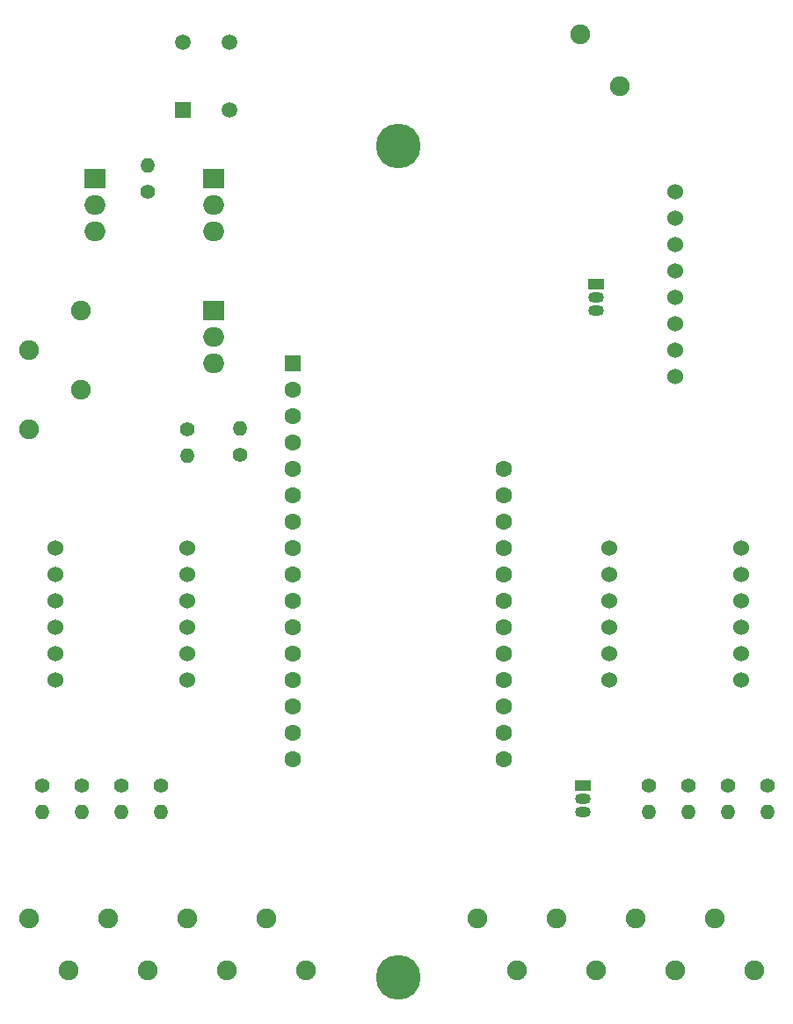
<source format=gbr>
%TF.GenerationSoftware,KiCad,Pcbnew,7.0.5*%
%TF.CreationDate,2023-06-12T13:55:42-04:00*%
%TF.ProjectId,Untitled,556e7469-746c-4656-942e-6b696361645f,rev?*%
%TF.SameCoordinates,Original*%
%TF.FileFunction,Soldermask,Top*%
%TF.FilePolarity,Negative*%
%FSLAX46Y46*%
G04 Gerber Fmt 4.6, Leading zero omitted, Abs format (unit mm)*
G04 Created by KiCad (PCBNEW 7.0.5) date 2023-06-12 13:55:42*
%MOMM*%
%LPD*%
G01*
G04 APERTURE LIST*
%ADD10C,1.905000*%
%ADD11C,1.400000*%
%ADD12O,1.400000X1.400000*%
%ADD13C,4.300000*%
%ADD14R,1.500000X1.050000*%
%ADD15O,1.500000X1.050000*%
%ADD16R,2.000000X1.905000*%
%ADD17O,2.000000X1.905000*%
%ADD18C,1.524000*%
%ADD19R,1.600000X1.600000*%
%ADD20C,1.600000*%
%ADD21C,1.508000*%
%ADD22R,1.508000X1.508000*%
G04 APERTURE END LIST*
D10*
%TO.C,J4*%
X105140000Y-52125000D03*
X108950000Y-57125000D03*
%TD*%
D11*
%TO.C,R11*%
X63500000Y-67310000D03*
D12*
X63500000Y-64770000D03*
%TD*%
D10*
%TO.C,J2*%
X95250000Y-137240000D03*
X99060000Y-142240000D03*
X102870000Y-137240000D03*
X106680000Y-142240000D03*
X110490000Y-137240000D03*
X114300000Y-142240000D03*
X118110000Y-137240000D03*
X121920000Y-142240000D03*
%TD*%
D11*
%TO.C,R13*%
X72390000Y-92600000D03*
D12*
X72390000Y-90060000D03*
%TD*%
D11*
%TO.C,R6*%
X119380000Y-124460000D03*
D12*
X119380000Y-127000000D03*
%TD*%
D13*
%TO.C,H2*%
X87630000Y-142875000D03*
%TD*%
D14*
%TO.C,U7*%
X105410000Y-124460000D03*
D15*
X105410000Y-125730000D03*
X105410000Y-127000000D03*
%TD*%
D16*
%TO.C,U6*%
X69850000Y-78740000D03*
D17*
X69850000Y-81280000D03*
X69850000Y-83820000D03*
%TD*%
D11*
%TO.C,R5*%
X123190000Y-124460000D03*
D12*
X123190000Y-127000000D03*
%TD*%
D11*
%TO.C,R2*%
X60960000Y-124460000D03*
D12*
X60960000Y-127000000D03*
%TD*%
D18*
%TO.C,U2*%
X67310000Y-114300000D03*
X67310000Y-111760000D03*
X67310000Y-109220000D03*
X67310000Y-106680000D03*
X67310000Y-104140000D03*
X67310000Y-101600000D03*
X54610000Y-101600000D03*
X54610000Y-104140000D03*
X54610000Y-106680000D03*
X54610000Y-109220000D03*
X54610000Y-111760000D03*
X54610000Y-114300000D03*
%TD*%
D11*
%TO.C,R3*%
X57150000Y-124460000D03*
D12*
X57150000Y-127000000D03*
%TD*%
D16*
%TO.C,Q1*%
X58420000Y-66040000D03*
D17*
X58420000Y-68580000D03*
X58420000Y-71120000D03*
%TD*%
D18*
%TO.C,U3*%
X120650000Y-114300000D03*
X120650000Y-111760000D03*
X120650000Y-109220000D03*
X120650000Y-106680000D03*
X120650000Y-104140000D03*
X120650000Y-101600000D03*
X107950000Y-101600000D03*
X107950000Y-104140000D03*
X107950000Y-106680000D03*
X107950000Y-109220000D03*
X107950000Y-111760000D03*
X107950000Y-114300000D03*
%TD*%
D19*
%TO.C,A1*%
X77470000Y-83820000D03*
D20*
X77470000Y-86360000D03*
X77470000Y-88900000D03*
X77470000Y-91440000D03*
X77470000Y-93980000D03*
X77470000Y-96520000D03*
X77470000Y-99060000D03*
X77470000Y-101600000D03*
X77470000Y-104140000D03*
X77470000Y-106680000D03*
X77470000Y-109220000D03*
X77470000Y-111760000D03*
X77470000Y-114300000D03*
X77470000Y-116840000D03*
X77470000Y-119380000D03*
X77470000Y-121920000D03*
X97790000Y-121920000D03*
X97790000Y-119380000D03*
X97790000Y-116840000D03*
X97790000Y-114300000D03*
X97790000Y-111760000D03*
X97790000Y-109220000D03*
X97790000Y-106680000D03*
X97790000Y-104140000D03*
X97790000Y-101600000D03*
X97790000Y-99060000D03*
X97790000Y-96520000D03*
X97790000Y-93980000D03*
%TD*%
D21*
%TO.C,SW1*%
X71390000Y-52920000D03*
X71390000Y-59420000D03*
X66890000Y-52920000D03*
D22*
X66890000Y-59420000D03*
%TD*%
D11*
%TO.C,R4*%
X53340000Y-124460000D03*
D12*
X53340000Y-127000000D03*
%TD*%
D10*
%TO.C,J1*%
X52070000Y-137240000D03*
X55880000Y-142240000D03*
X59690000Y-137240000D03*
X63500000Y-142240000D03*
X67310000Y-137240000D03*
X71120000Y-142240000D03*
X74930000Y-137240000D03*
X78740000Y-142240000D03*
%TD*%
%TO.C,J6*%
X57070000Y-78740000D03*
X52070000Y-82550000D03*
X57070000Y-86360000D03*
X52070000Y-90170000D03*
%TD*%
D16*
%TO.C,Q2*%
X69850000Y-66040000D03*
D17*
X69850000Y-68580000D03*
X69850000Y-71120000D03*
%TD*%
D11*
%TO.C,R1*%
X64770000Y-124460000D03*
D12*
X64770000Y-127000000D03*
%TD*%
D18*
%TO.C,U4*%
X114300000Y-67310000D03*
X114300000Y-69850000D03*
X114300000Y-72390000D03*
X114300000Y-74930000D03*
X114300000Y-77470000D03*
X114300000Y-80010000D03*
X114300000Y-82550000D03*
X114300000Y-85090000D03*
%TD*%
D14*
%TO.C,Q3*%
X106680000Y-76200000D03*
D15*
X106680000Y-77470000D03*
X106680000Y-78740000D03*
%TD*%
D11*
%TO.C,R7*%
X115570000Y-124460000D03*
D12*
X115570000Y-127000000D03*
%TD*%
D11*
%TO.C,R8*%
X111760000Y-124460000D03*
D12*
X111760000Y-127000000D03*
%TD*%
D13*
%TO.C,H1*%
X87630000Y-62865000D03*
%TD*%
D11*
%TO.C,R12*%
X67310000Y-90170000D03*
D12*
X67310000Y-92710000D03*
%TD*%
M02*

</source>
